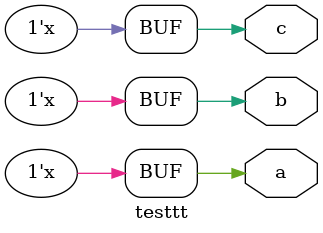
<source format=v>
`timescale 1ns / 1ps
module testtt(
	output reg a,
	output reg b,
	output reg c
    );
	 initial begin
		a = 1;
		b = 0;
		c = 1;
	 end
	 initial begin
		#1
		a <= b;
		#1
		b <= c;
		#1
		c <= a;
	 end


endmodule

</source>
